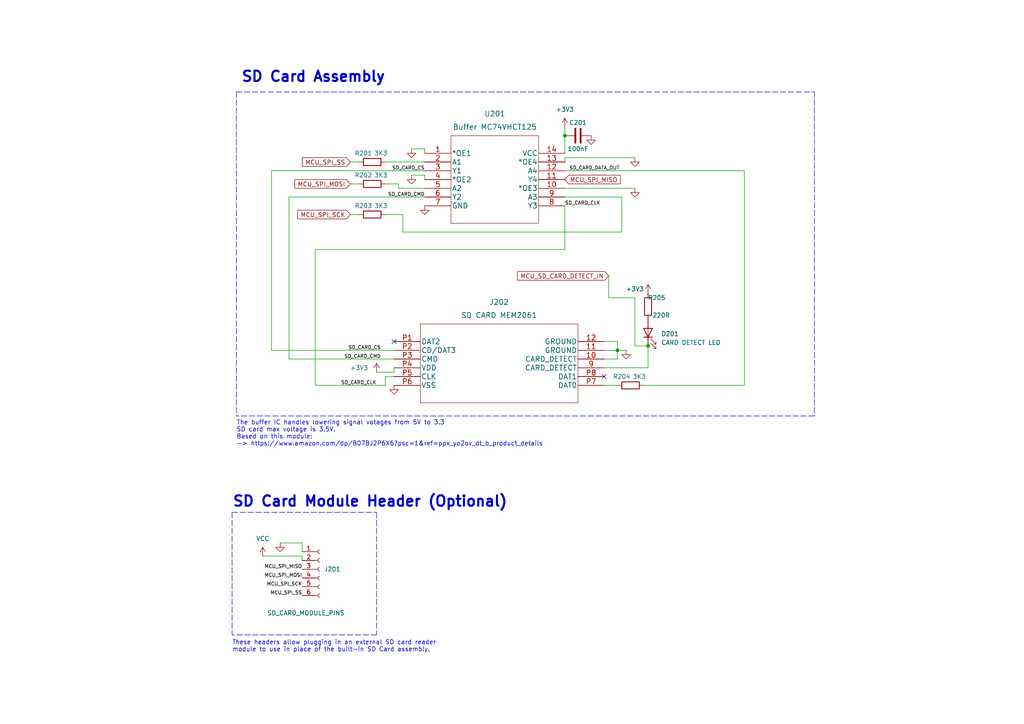
<source format=kicad_sch>
(kicad_sch (version 20211123) (generator eeschema)
  (paper "A4")
  (title_block (title "SD Card Assembly") (date "2022-07-03") (rev "1.0"))
  (lib_symbols
    (symbol "Connector:Conn_01x06_Female" (pin_names (offset 1.016) hide)
      (property "Reference" "J" (at 0 7.62 0))
      (property "Value" "Conn_01x06_Female" (at 0 -10.16 0))
      (symbol "Conn_01x06_Female_1_1"
        (arc (start 0 -7.112) (mid -0.508 -7.62) (end 0 -8.128) (stroke (width 0.1524)))
        (arc (start 0 -4.572) (mid -0.508 -5.08) (end 0 -5.588) (stroke (width 0.1524)))
        (arc (start 0 -2.032) (mid -0.508 -2.54) (end 0 -3.048) (stroke (width 0.1524)))
        (polyline (pts (xy -1.27 -7.62) (xy -0.508 -7.62)) (stroke (width 0.1524)))
        (polyline (pts (xy -1.27 -5.08) (xy -0.508 -5.08)) (stroke (width 0.1524)))
        (polyline (pts (xy -1.27 -2.54) (xy -0.508 -2.54)) (stroke (width 0.1524)))
        (polyline (pts (xy -1.27 0) (xy -0.508 0)) (stroke (width 0.1524)))
        (polyline (pts (xy -1.27 2.54) (xy -0.508 2.54)) (stroke (width 0.1524)))
        (polyline (pts (xy -1.27 5.08) (xy -0.508 5.08)) (stroke (width 0.1524)))
        (arc (start 0 0.508) (mid -0.508 0) (end 0 -0.508) (stroke (width 0.1524)))
        (arc (start 0 3.048) (mid -0.508 2.54) (end 0 2.032) (stroke (width 0.1524)))
        (arc (start 0 5.588) (mid -0.508 5.08) (end 0 4.572) (stroke (width 0.1524)))
        (pin passive line (at -5.08 5.08 0) (length 3.81) (name "Pin_1") (number "1"))
        (pin passive line (at -5.08 2.54 0) (length 3.81) (name "Pin_2") (number "2"))
        (pin passive line (at -5.08 0 0) (length 3.81) (name "Pin_3") (number "3"))
        (pin passive line (at -5.08 -2.54 0) (length 3.81) (name "Pin_4") (number "4"))
        (pin passive line (at -5.08 -5.08 0) (length 3.81) (name "Pin_5") (number "5"))
        (pin passive line (at -5.08 -7.62 0) (length 3.81) (name "Pin_6") (number "6"))
      )
    )
    (symbol "Device:C" (pin_numbers hide) (pin_names (offset 0.254))
      (property "Reference" "C" (at 0.635 2.54 0))
      (property "Value" "C" (at 0.635 -2.54 0))
      (symbol "C_0_1"
        (polyline (pts (xy -2.032 -0.762) (xy 2.032 -0.762)) (stroke (width 0.508)))
        (polyline (pts (xy -2.032 0.762) (xy 2.032 0.762)) (stroke (width 0.508)))
      )
      (symbol "C_1_1"
        (pin passive line (at 0 3.81 270) (length 2.794) (name "~") (number "1"))
        (pin passive line (at 0 -3.81 90) (length 2.794) (name "~") (number "2"))
      )
    )
    (symbol "Device:LED" (pin_numbers hide) (pin_names (offset 1.016) hide)
      (property "Reference" "D" (at 0 2.54 0))
      (property "Value" "LED" (at 0 -2.54 0))
      (symbol "LED_0_1"
        (polyline (pts (xy -1.27 -1.27) (xy -1.27 1.27)) (stroke (width 0.254)))
        (polyline (pts (xy -1.27 0) (xy 1.27 0)))
        (polyline (pts (xy 1.27 -1.27) (xy 1.27 1.27) (xy -1.27 0) (xy 1.27 -1.27)) (stroke (width 0.254)))
        (polyline (pts (xy -3.048 -0.762) (xy -4.572 -2.286) (xy -3.81 -2.286) (xy -4.572 -2.286) (xy -4.572 -1.524)))
        (polyline (pts (xy -1.778 -0.762) (xy -3.302 -2.286) (xy -2.54 -2.286) (xy -3.302 -2.286) (xy -3.302 -1.524)))
      )
      (symbol "LED_1_1"
        (pin passive line (at -3.81 0 0) (length 2.54) (name "K") (number "1"))
        (pin passive line (at 3.81 0 180) (length 2.54) (name "A") (number "2"))
      )
    )
    (symbol "Device:R" (pin_numbers hide) (pin_names (offset 0))
      (property "Reference" "R" (at 2.032 0 90))
      (property "Value" "R" (at 0 0 90))
      (symbol "R_0_1"
        (rectangle (start -1.016 -2.54) (end 1.016 2.54) (stroke (width 0.254)))
      )
      (symbol "R_1_1"
        (pin passive line (at 0 3.81 270) (length 1.27) (name "~") (number "1"))
        (pin passive line (at 0 -3.81 90) (length 1.27) (name "~") (number "2"))
      )
    )
    (symbol "MC74VHCT125:MC74VHCT125ADR2G" (pin_names (offset 0.254))
      (property "Reference" "U" (at 20.32 10.16 0))
      (property "Value" "MC74VHCT125ADR2G" (at 20.32 7.62 0))
      (symbol "MC74VHCT125ADR2G_1_1"
        (polyline (pts (xy 7.62 -20.32) (xy 33.02 -20.32)) (stroke (width 0.127)))
        (polyline (pts (xy 7.62 5.08) (xy 7.62 -20.32)) (stroke (width 0.127)))
        (polyline (pts (xy 33.02 -20.32) (xy 33.02 5.08)) (stroke (width 0.127)))
        (polyline (pts (xy 33.02 5.08) (xy 7.62 5.08)) (stroke (width 0.127)))
        (pin input line (at 0 0 0) (length 7.62) (name "*OE1") (number "1"))
        (pin input line (at 40.64 -10.16 180) (length 7.62) (name "*OE3") (number "10"))
        (pin output line (at 40.64 -7.62 180) (length 7.62) (name "Y4") (number "11"))
        (pin input line (at 40.64 -5.08 180) (length 7.62) (name "A4") (number "12"))
        (pin input line (at 40.64 -2.54 180) (length 7.62) (name "*OE4") (number "13"))
        (pin power_in line (at 40.64 0 180) (length 7.62) (name "VCC") (number "14"))
        (pin input line (at 0 -2.54 0) (length 7.62) (name "A1") (number "2"))
        (pin output line (at 0 -5.08 0) (length 7.62) (name "Y1") (number "3"))
        (pin input line (at 0 -7.62 0) (length 7.62) (name "*OE2") (number "4"))
        (pin input line (at 0 -10.16 0) (length 7.62) (name "A2") (number "5"))
        (pin output line (at 0 -12.7 0) (length 7.62) (name "Y2") (number "6"))
        (pin power_in line (at 0 -15.24 0) (length 7.62) (name "GND") (number "7"))
        (pin output line (at 40.64 -15.24 180) (length 7.62) (name "Y3") (number "8"))
        (pin input line (at 40.64 -12.7 180) (length 7.62) (name "A3") (number "9"))
      )
    )
    (symbol "MEM2061:MEM2061-01-188-00-A" (pin_names (offset 0.254))
      (property "Reference" "J" (at 30.48 10.16 0))
      (property "Value" "MEM2061-01-188-00-A" (at 30.48 7.62 0))
      (symbol "MEM2061-01-188-00-A_1_1"
        (polyline (pts (xy 7.62 -17.78) (xy 53.34 -17.78)) (stroke (width 0.127)))
        (polyline (pts (xy 7.62 5.08) (xy 7.62 -17.78)) (stroke (width 0.127)))
        (polyline (pts (xy 53.34 -17.78) (xy 53.34 5.08)) (stroke (width 0.127)))
        (polyline (pts (xy 53.34 5.08) (xy 7.62 5.08)) (stroke (width 0.127)))
        (pin unspecified line (at 60.96 -5.08 180) (length 7.62) (name "CARD_DETECT") (number "10"))
        (pin power_in line (at 60.96 -2.54 180) (length 7.62) (name "GROUND") (number "11"))
        (pin power_in line (at 60.96 0 180) (length 7.62) (name "GROUND") (number "12"))
        (pin unspecified line (at 60.96 -7.62 180) (length 7.62) (name "CARD_DETECT") (number "9"))
        (pin bidirectional line (at 0 0 0) (length 7.62) (name "DAT2") (number "P1"))
        (pin bidirectional line (at 0 -2.54 0) (length 7.62) (name "CD/DAT3") (number "P2"))
        (pin bidirectional line (at 0 -5.08 0) (length 7.62) (name "CMD") (number "P3"))
        (pin power_in line (at 0 -7.62 0) (length 7.62) (name "VDD") (number "P4"))
        (pin unspecified line (at 0 -10.16 0) (length 7.62) (name "CLK") (number "P5"))
        (pin power_in line (at 0 -12.7 0) (length 7.62) (name "VSS") (number "P6"))
        (pin bidirectional line (at 60.96 -12.7 180) (length 7.62) (name "DAT0") (number "P7"))
        (pin bidirectional line (at 60.96 -10.16 180) (length 7.62) (name "DAT1") (number "P8"))
      )
    )
    (symbol "power:+3.3V" (power) (pin_names (offset 0))
      (property "Value" "+3.3V" (at 0 3.556 0))
      (symbol "+3.3V_0_1"
        (polyline (pts (xy -0.762 1.27) (xy 0 2.54)))
        (polyline (pts (xy 0 0) (xy 0 2.54)))
        (polyline (pts (xy 0 2.54) (xy 0.762 1.27)))
      )
      (symbol "+3.3V_1_1"
        (pin power_in line (at 0 0 90) (length 0) hide (name "+3V3") (number "1"))
      )
    )
    (symbol "power:GND" (power) (pin_names (offset 0))
      (property "Value" "GND" (at 0 -3.81 0))
      (symbol "GND_0_1"
        (polyline (pts (xy 0 0) (xy 0 -1.27) (xy 1.27 -1.27) (xy 0 -2.54) (xy -1.27 -1.27) (xy 0 -1.27)))
      )
      (symbol "GND_1_1"
        (pin power_in line (at 0 0 270) (length 0) hide (name "GND") (number "1"))
      )
    )
    (symbol "power:VCC" (power) (pin_names (offset 0))
      (property "Value" "VCC" (at 0 3.81 0))
      (symbol "VCC_0_1"
        (polyline (pts (xy -0.762 1.27) (xy 0 2.54)))
        (polyline (pts (xy 0 0) (xy 0 2.54)))
        (polyline (pts (xy 0 2.54) (xy 0.762 1.27)))
      )
      (symbol "VCC_1_1"
        (pin power_in line (at 0 0 90) (length 0) hide (name "VCC") (number "1"))
      )
    )
  )
  (junction (at 179.07 101.6))
  (junction (at 187.96 100.33))
  (junction (at 163.83 39.37))
  (no_connect (at 175.26 109.22))
  (no_connect (at 114.3 99.06))
  (wire (pts (xy 163.83 46.99) (xy 163.83 45.72)))
  (wire (pts (xy 163.83 54.61) (xy 184.15 54.61)))
  (wire (pts (xy 119.38 50.8) (xy 123.19 50.8)))
  (wire (pts (xy 83.82 57.15) (xy 83.82 104.14)))
  (wire (pts (xy 179.07 104.14) (xy 179.07 101.6)))
  (wire (pts (xy 101.6 46.99) (xy 104.14 46.99)))
  (wire (pts (xy 78.74 49.53) (xy 78.74 101.6)))
  (wire (pts (xy 187.96 100.33) (xy 187.96 106.68)))
  (wire (pts (xy 163.83 39.37) (xy 163.83 44.45)))
  (polyline (pts (xy 67.31 148.59) (xy 109.22 148.59)))
  (polyline (pts (xy 109.22 148.59) (xy 109.22 184.15)))
  (polyline (pts (xy 109.22 184.15) (xy 67.31 184.15)))
  (wire (pts (xy 215.9 111.76) (xy 215.9 49.53)))
  (wire (pts (xy 101.6 53.34) (xy 104.14 53.34)))
  (wire (pts (xy 83.82 104.14) (xy 114.3 104.14)))
  (wire (pts (xy 184.15 100.33) (xy 184.15 86.36)))
  (wire (pts (xy 76.2 161.29) (xy 87.63 161.29)))
  (wire (pts (xy 175.26 111.76) (xy 179.07 111.76)))
  (wire (pts (xy 87.63 157.48) (xy 87.63 160.02)))
  (wire (pts (xy 175.26 99.06) (xy 179.07 99.06)))
  (wire (pts (xy 91.44 72.39) (xy 91.44 111.76)))
  (wire (pts (xy 163.83 72.39) (xy 91.44 72.39)))
  (wire (pts (xy 114.3 106.68) (xy 114.3 107.95)))
  (wire (pts (xy 175.26 104.14) (xy 179.07 104.14)))
  (wire (pts (xy 81.28 157.48) (xy 87.63 157.48)))
  (wire (pts (xy 116.84 67.31) (xy 180.34 67.31)))
  (wire (pts (xy 179.07 99.06) (xy 179.07 101.6)))
  (wire (pts (xy 215.9 49.53) (xy 163.83 49.53)))
  (wire (pts (xy 180.34 57.15) (xy 163.83 57.15)))
  (wire (pts (xy 115.57 53.34) (xy 115.57 54.61)))
  (wire (pts (xy 163.83 36.83) (xy 163.83 39.37)))
  (polyline (pts (xy 67.31 148.59) (xy 67.31 184.15)))
  (wire (pts (xy 175.26 101.6) (xy 179.07 101.6)))
  (wire (pts (xy 116.84 62.23) (xy 116.84 67.31)))
  (wire (pts (xy 176.53 80.01) (xy 176.53 86.36)))
  (wire (pts (xy 111.76 53.34) (xy 115.57 53.34)))
  (wire (pts (xy 114.3 107.95) (xy 109.22 107.95)))
  (wire (pts (xy 91.44 111.76) (xy 111.76 111.76)))
  (polyline (pts (xy 68.58 26.67) (xy 236.22 26.67)))
  (wire (pts (xy 176.53 86.36) (xy 184.15 86.36)))
  (wire (pts (xy 119.38 43.18) (xy 123.19 43.18)))
  (wire (pts (xy 116.84 62.23) (xy 111.76 62.23)))
  (wire (pts (xy 111.76 109.22) (xy 111.76 111.76)))
  (wire (pts (xy 123.19 49.53) (xy 78.74 49.53)))
  (wire (pts (xy 187.96 100.33) (xy 184.15 100.33)))
  (wire (pts (xy 175.26 106.68) (xy 187.96 106.68)))
  (polyline (pts (xy 236.22 120.65) (xy 68.58 120.65)))
  (wire (pts (xy 180.34 67.31) (xy 180.34 57.15)))
  (wire (pts (xy 87.63 161.29) (xy 87.63 162.56)))
  (wire (pts (xy 123.19 50.8) (xy 123.19 52.07)))
  (wire (pts (xy 163.83 59.69) (xy 163.83 72.39)))
  (polyline (pts (xy 236.22 26.67) (xy 236.22 120.65)))
  (wire (pts (xy 78.74 101.6) (xy 114.3 101.6)))
  (wire (pts (xy 111.76 46.99) (xy 123.19 46.99)))
  (wire (pts (xy 179.07 101.6) (xy 181.61 101.6)))
  (polyline (pts (xy 68.58 26.67) (xy 68.58 120.65)))
  (wire (pts (xy 163.83 45.72) (xy 184.15 45.72)))
  (wire (pts (xy 123.19 43.18) (xy 123.19 44.45)))
  (wire (pts (xy 114.3 109.22) (xy 111.76 109.22)))
  (wire (pts (xy 101.6 62.23) (xy 104.14 62.23)))
  (wire (pts (xy 123.19 57.15) (xy 83.82 57.15)))
  (wire (pts (xy 115.57 54.61) (xy 123.19 54.61)))
  (wire (pts (xy 186.69 111.76) (xy 215.9 111.76)))
  (text "The buffer IC handles lowering signal votages from 5V to 3.3\nSD card max voltage is 3.5V. \nBased on this module:\n-> https://www.amazon.com/dp/B07BJ2P6X6?psc=1&ref=ppx_yo2ov_dt_b_product_details" (at 68.58 129.54 0) (effects (font (size 1.27 1.27)) (justify left bottom)))
  (text "SD Card Module Header (Optional)" (at 67.31 147.32 0) (effects (font (size 3 3) (thickness 0.6) bold) (justify left bottom)))
  (text "SD Card Assembly" (at 69.85 24.13 0) (effects (font (size 3 3) (thickness 0.6) bold) (justify left bottom)))
  (text "These headers allow plugging in an external SD card reader \nmodule to use in place of the built-in SD Card assembly." (at 67.31 189.23 0) (effects (font (size 1.27 1.27)) (justify left bottom)))
  (label "SD_CARD_DATA_OUT" (at 165.1 49.53 0) (effects (font (size 1 1))))
  (label "MCU_SPI_SS" (at 87.63 172.72 180) (effects (font (size 1 1))))
  (label "MCU_SPI_SCK" (at 87.63 170.18 180) (effects (font (size 1 1))))
  (label "SD_CARD_CMD" (at 110.49 104.14 180) (effects (font (size 1 1))))
  (label "SD_CARD_CS" (at 110.49 101.6 180) (effects (font (size 1 1))))
  (label "SD_CARD_CLK" (at 163.83 59.69 0) (effects (font (size 1 1))))
  (label "MCU_SPI_MOSI" (at 87.63 167.64 180) (effects (font (size 1 1))))
  (label "SD_CARD_CMD" (at 123.19 57.15 180) (effects (font (size 1 1))))
  (label "SD_CARD_CLK" (at 109.22 111.76 180) (effects (font (size 1 1))))
  (label "SD_CARD_CS" (at 123.19 49.53 180) (effects (font (size 1 1))))
  (label "MCU_SPI_MISO" (at 87.63 165.1 180) (effects (font (size 1 1))))
  (global_label "MCU_SPI_MISO" (shape input) (at 163.83 52.07 0) (property "Intersheet References" "${INTERSHEET_REFS}" (effects hide)))
  (global_label "MCU_SPI_SCK" (shape input) (at 101.6 62.23 180) (property "Intersheet References" "${INTERSHEET_REFS}" (effects hide)))
  (global_label "MCU_SPI_MOSI" (shape input) (at 101.6 53.34 180) (property "Intersheet References" "${INTERSHEET_REFS}" (effects hide)))
  (global_label "MCU_SPI_SS" (shape input) (at 101.6 46.99 180) (property "Intersheet References" "${INTERSHEET_REFS}" (effects hide)))
  (global_label "MCU_SD_CARD_DETECT_IN" (shape input) (at 176.53 80.01 180) (property "Intersheet References" "${INTERSHEET_REFS}" (effects hide)))
  (symbol (lib_id "power:VCC") (at 76.2 161.29 0) (unit 1)
    (property "Reference" "#PWR0201" (effects hide))
    (property "Value" "VCC" (at 76.2 156.21 0))
  )
  (symbol (lib_id "power:GND") (at 184.15 54.61 0) (unit 1)
    (property "Reference" "#PWR0212" (effects hide))
    (property "Value" "GND" (effects hide))
  )
  (symbol (lib_id "power:GND") (at 181.61 101.6 0) (unit 1)
    (property "Reference" "#PWR0210" (effects hide))
    (property "Value" "GND" (effects hide))
  )
  (symbol (lib_id "power:GND") (at 114.3 111.76 0) (unit 1)
    (property "Reference" "#PWR0204" (effects hide))
    (property "Value" "GND" (effects hide))
  )
  (symbol (lib_id "power:GND") (at 123.19 59.69 0) (unit 1)
    (property "Reference" "#PWR0207" (effects hide))
    (property "Value" "GND" (effects hide))
  )
  (symbol (lib_id "Device:R") (at 107.95 46.99 90) (unit 1)
    (property "Reference" "R201" (at 105.41 44.45 90))
    (property "Value" "3K3" (at 110.49 44.45 90))
    (property "Footprint" "Resistor_SMD:R_0805_2012Metric_Pad1.20x1.40mm_HandSolder" (effects hide))
  )
  (symbol (lib_id "power:+3.3V") (at 187.96 85.09 0) (unit 1)
    (property "Reference" "#PWR0213" (effects hide))
    (property "Value" "+3.3V" (at 184.15 83.82 0))
  )
  (symbol (lib_id "Device:R") (at 107.95 53.34 90) (unit 1)
    (property "Reference" "R202" (at 105.41 50.8 90))
    (property "Value" "3K3" (at 110.49 50.8 90))
    (property "Footprint" "Resistor_SMD:R_0805_2012Metric_Pad1.20x1.40mm_HandSolder" (effects hide))
  )
  (symbol (lib_id "power:+3.3V") (at 109.22 107.95 0) (unit 1)
    (property "Reference" "#PWR0117" (effects hide))
    (property "Value" "+3.3V" (at 104.14 106.68 0))
  )
  (symbol (lib_id "power:GND") (at 81.28 157.48 0) (unit 1)
    (property "Reference" "#PWR0202" (effects hide))
    (property "Value" "GND" (effects hide))
  )
  (symbol (lib_id "power:+3.3V") (at 163.83 36.83 0) (unit 1)
    (property "Reference" "#PWR0208" (effects hide))
    (property "Value" "+3.3V" (at 163.83 31.75 0))
  )
  (symbol (lib_id "MC74VHCT125:MC74VHCT125ADR2G") (at 123.19 44.45 0) (unit 1)
    (property "Reference" "U201" (at 143.51 33.02 0) (effects (font (size 1.524 1.524))))
    (property "Value" "Buffer MC74VHCT125" (at 143.51 36.83 0) (effects (font (size 1.524 1.524))))
    (property "Footprint" "IC:MC74VHCT125ADR2G" (effects hide))
  )
  (symbol (lib_id "Device:C") (at 167.64 39.37 90) (unit 1)
    (property "Reference" "C201" (at 167.64 35.56 90))
    (property "Value" "100nF" (at 167.64 43.18 90))
    (property "Footprint" "Capacitor_SMD:C_0805_2012Metric_Pad1.18x1.45mm_HandSolder" (effects hide))
  )
  (symbol (lib_id "MEM2061:MEM2061-01-188-00-A") (at 114.3 99.06 0) (unit 1)
    (property "Reference" "J202" (at 144.78 87.63 0) (effects (font (size 1.524 1.524))))
    (property "Value" "SD CARD MEM2061" (at 144.78 91.44 0) (effects (font (size 1.524 1.524))))
    (property "Footprint" "SD:MEM2061" (effects hide))
  )
  (symbol (lib_id "power:GND") (at 119.38 50.8 0) (unit 1)
    (property "Reference" "#PWR0206" (effects hide))
    (property "Value" "GND" (effects hide))
  )
  (symbol (lib_id "Device:R") (at 182.88 111.76 90) (unit 1)
    (property "Reference" "R204" (at 180.34 109.22 90))
    (property "Value" "3K3" (at 185.42 109.22 90))
    (property "Footprint" "Resistor_SMD:R_0805_2012Metric_Pad1.20x1.40mm_HandSolder" (effects hide))
  )
  (symbol (lib_id "power:GND") (at 119.38 43.18 0) (unit 1)
    (property "Reference" "#PWR0205" (effects hide))
    (property "Value" "GND" (effects hide))
  )
  (symbol (lib_id "power:GND") (at 184.15 45.72 0) (unit 1)
    (property "Reference" "#PWR0211" (effects hide))
    (property "Value" "GND" (effects hide))
  )
  (symbol (lib_id "Device:R") (at 107.95 62.23 90) (unit 1)
    (property "Reference" "R203" (at 105.41 59.69 90))
    (property "Value" "3K3" (at 110.49 59.69 90))
    (property "Footprint" "Resistor_SMD:R_0805_2012Metric_Pad1.20x1.40mm_HandSolder" (effects hide))
  )
  (symbol (lib_id "Device:R") (at 187.96 88.9 0) (unit 1)
    (property "Reference" "R205" (at 190.5 86.36 0))
    (property "Value" "220R" (at 191.77 91.44 0))
    (property "Footprint" "Resistor_SMD:R_0805_2012Metric_Pad1.20x1.40mm_HandSolder" (effects hide))
  )
  (symbol (lib_id "power:GND") (at 171.45 39.37 0) (unit 1)
    (property "Reference" "#PWR0209" (effects hide))
    (property "Value" "GND" (effects hide))
  )
  (symbol (lib_id "Device:LED") (at 187.96 96.52 90) (unit 1)
    (property "Reference" "D201" (at 191.77 96.8374 90) (effects (justify right)))
    (property "Value" "CARD DETECT LED" (at 191.77 99.3774 90) (effects (justify right)))
    (property "Footprint" "LED_SMD:LED_0805_2012Metric_Pad1.15x1.40mm_HandSolder" (effects hide))
  )
  (symbol (lib_id "Connector:Conn_01x06_Female") (at 92.71 165.1 0) (unit 1)
    (property "Reference" "J201" (at 93.98 165.0999 0) (effects (justify left)))
    (property "Value" "SD_CARD_MODULE_PINS" (at 77.47 177.8 0) (effects (justify left)))
    (property "Footprint" "Connector_PinSocket_2.54mm:PinSocket_1x06_P2.54mm_Vertical" (effects hide))
  )
)
</source>
